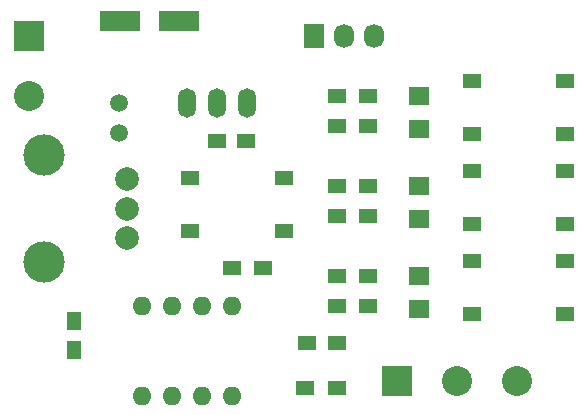
<source format=gts>
G04 #@! TF.FileFunction,Soldermask,Top*
%FSLAX46Y46*%
G04 Gerber Fmt 4.6, Leading zero omitted, Abs format (unit mm)*
G04 Created by KiCad (PCBNEW (2015-10-14 BZR 6269)-product) date Wednesday, October 28, 2015 'PMt' 04:42:18 PM*
%MOMM*%
G01*
G04 APERTURE LIST*
%ADD10C,0.100000*%
%ADD11C,1.501140*%
%ADD12R,1.250000X1.500000*%
%ADD13R,1.500000X1.250000*%
%ADD14R,3.500120X1.800860*%
%ADD15R,1.800860X1.597660*%
%ADD16O,1.600000X1.600000*%
%ADD17R,2.540000X2.540000*%
%ADD18C,2.540000*%
%ADD19R,1.727200X2.032000*%
%ADD20O,1.727200X2.032000*%
%ADD21R,1.500000X1.300000*%
%ADD22R,1.550000X1.300000*%
%ADD23O,1.501140X2.499360*%
%ADD24C,2.000000*%
%ADD25C,3.500000*%
G04 APERTURE END LIST*
D10*
D11*
X115570000Y-111760000D03*
X115570000Y-109220000D03*
D12*
X111760000Y-130135000D03*
X111760000Y-127635000D03*
D13*
X126325000Y-112395000D03*
X123825000Y-112395000D03*
X131485000Y-129540000D03*
X133985000Y-129540000D03*
D14*
X120650000Y-102235000D03*
X115651280Y-102235000D03*
D15*
X140970000Y-111424720D03*
X140970000Y-108585000D03*
X140970000Y-119044720D03*
X140970000Y-116205000D03*
X140970000Y-126664720D03*
X140970000Y-123825000D03*
D16*
X117475000Y-133985000D03*
X120015000Y-133985000D03*
X122555000Y-133985000D03*
X125095000Y-133985000D03*
X125095000Y-126365000D03*
X122555000Y-126365000D03*
X120015000Y-126365000D03*
X117475000Y-126365000D03*
D17*
X107950000Y-103505000D03*
D18*
X107950000Y-108585000D03*
D17*
X139065000Y-132715000D03*
D18*
X144145000Y-132715000D03*
X149225000Y-132715000D03*
D19*
X132080000Y-103505000D03*
D20*
X134620000Y-103505000D03*
X137160000Y-103505000D03*
D21*
X125095000Y-123190000D03*
X127795000Y-123190000D03*
X133985000Y-108585000D03*
X136685000Y-108585000D03*
X133985000Y-111125000D03*
X136685000Y-111125000D03*
X133985000Y-116205000D03*
X136685000Y-116205000D03*
X133985000Y-118745000D03*
X136685000Y-118745000D03*
X133985000Y-133350000D03*
X131285000Y-133350000D03*
X133985000Y-123825000D03*
X136685000Y-123825000D03*
X133985000Y-126365000D03*
X136685000Y-126365000D03*
D22*
X121590000Y-120070000D03*
X121590000Y-115570000D03*
X129540000Y-115570000D03*
X129540000Y-120070000D03*
X145415000Y-111815000D03*
X145415000Y-107315000D03*
X153365000Y-107315000D03*
X153365000Y-111815000D03*
X145415000Y-119435000D03*
X145415000Y-114935000D03*
X153365000Y-114935000D03*
X153365000Y-119435000D03*
X145415000Y-127055000D03*
X145415000Y-122555000D03*
X153365000Y-122555000D03*
X153365000Y-127055000D03*
D23*
X123825000Y-109220000D03*
X121285000Y-109220000D03*
X126365000Y-109220000D03*
D24*
X116205000Y-120650000D03*
X116205000Y-118150000D03*
X116205000Y-115650000D03*
D25*
X109205000Y-122650000D03*
X109205000Y-113650000D03*
M02*

</source>
